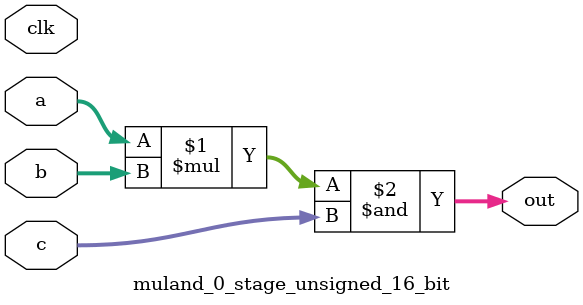
<source format=sv>
(* use_dsp = "yes" *) module muland_0_stage_unsigned_16_bit(
	input  [15:0] a,
	input  [15:0] b,
	input  [15:0] c,
	output [15:0] out,
	input clk);

	assign out = (a * b) & c;
endmodule

</source>
